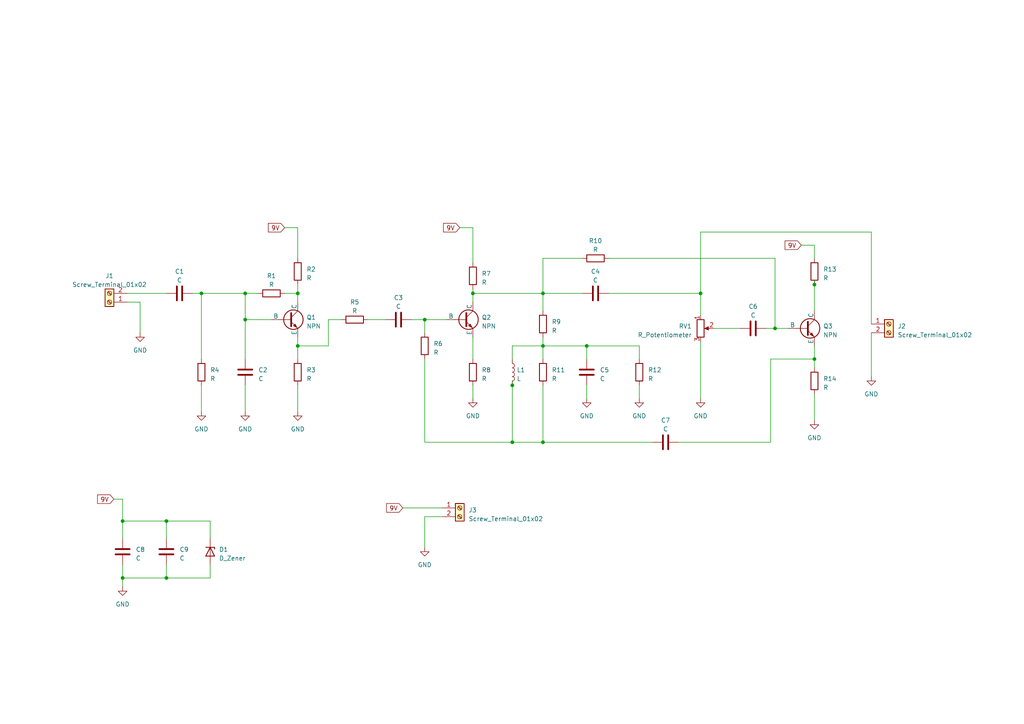
<source format=kicad_sch>
(kicad_sch (version 20230121) (generator eeschema)
  (paper "A4")
  (lib_symbols
    (symbol "Connector:Screw_Terminal_01x02" (pin_names (offset 1.016) hide)
      (property "Reference" "J" (at 0 2.54 0))
      (property "Value" "Screw_Terminal_01x02" (at 0 -5.08 0))
      (symbol "Screw_Terminal_01x02_1_1"
        (rectangle (start -1.27 1.27) (end 1.27 -3.81) (stroke (width 0.254)) (fill (type background)))
        (circle (center 0 -2.54) (radius 0.635) (stroke (width 0.1524)))
        (polyline (pts (xy -0.5334 -2.2098) (xy 0.3302 -3.048)) (stroke (width 0.1524)))
        (polyline (pts (xy -0.5334 0.3302) (xy 0.3302 -0.508)) (stroke (width 0.1524)))
        (polyline (pts (xy -0.3556 -2.032) (xy 0.508 -2.8702)) (stroke (width 0.1524)))
        (polyline (pts (xy -0.3556 0.508) (xy 0.508 -0.3302)) (stroke (width 0.1524)))
        (circle (center 0 0) (radius 0.635) (stroke (width 0.1524)))
        (pin passive line (at -5.08 0 0) (length 3.81) (name "Pin_1") (number "1"))
        (pin passive line (at -5.08 -2.54 0) (length 3.81) (name "Pin_2") (number "2"))
      )
    )
    (symbol "Device:C" (pin_numbers hide) (pin_names (offset 0.254))
      (property "Reference" "C" (at 0.635 2.54 0))
      (property "Value" "C" (at 0.635 -2.54 0))
      (symbol "C_0_1"
        (polyline (pts (xy -2.032 -0.762) (xy 2.032 -0.762)) (stroke (width 0.508)))
        (polyline (pts (xy -2.032 0.762) (xy 2.032 0.762)) (stroke (width 0.508)))
      )
      (symbol "C_1_1"
        (pin passive line (at 0 3.81 270) (length 2.794) (name "~") (number "1"))
        (pin passive line (at 0 -3.81 90) (length 2.794) (name "~") (number "2"))
      )
    )
    (symbol "Device:D_Zener" (pin_numbers hide) (pin_names (offset 1.016) hide)
      (property "Reference" "D" (at 0 2.54 0))
      (property "Value" "D_Zener" (at 0 -2.54 0))
      (symbol "D_Zener_0_1"
        (polyline (pts (xy 1.27 0) (xy -1.27 0)))
        (polyline (pts (xy -1.27 -1.27) (xy -1.27 1.27) (xy -0.762 1.27)) (stroke (width 0.254)))
        (polyline (pts (xy 1.27 -1.27) (xy 1.27 1.27) (xy -1.27 0) (xy 1.27 -1.27)) (stroke (width 0.254)))
      )
      (symbol "D_Zener_1_1"
        (pin passive line (at -3.81 0 0) (length 2.54) (name "K") (number "1"))
        (pin passive line (at 3.81 0 180) (length 2.54) (name "A") (number "2"))
      )
    )
    (symbol "Device:L" (pin_numbers hide) (pin_names (offset 1.016) hide)
      (property "Reference" "L" (at -1.27 0 90))
      (property "Value" "L" (at 1.905 0 90))
      (symbol "L_0_1"
        (arc (start 0 -2.54) (mid 0.6323 -1.905) (end 0 -1.27))
        (arc (start 0 -1.27) (mid 0.6323 -0.635) (end 0 0))
        (arc (start 0 0) (mid 0.6323 0.635) (end 0 1.27))
        (arc (start 0 1.27) (mid 0.6323 1.905) (end 0 2.54))
      )
      (symbol "L_1_1"
        (pin passive line (at 0 3.81 270) (length 1.27) (name "1") (number "1"))
        (pin passive line (at 0 -3.81 90) (length 1.27) (name "2") (number "2"))
      )
    )
    (symbol "Device:R" (pin_numbers hide) (pin_names (offset 0))
      (property "Reference" "R" (at 2.032 0 90))
      (property "Value" "R" (at 0 0 90))
      (symbol "R_0_1"
        (rectangle (start -1.016 -2.54) (end 1.016 2.54) (stroke (width 0.254)))
      )
      (symbol "R_1_1"
        (pin passive line (at 0 3.81 270) (length 1.27) (name "~") (number "1"))
        (pin passive line (at 0 -3.81 90) (length 1.27) (name "~") (number "2"))
      )
    )
    (symbol "Device:R_Potentiometer" (pin_names (offset 1.016) hide)
      (property "Reference" "RV" (at -4.445 0 90))
      (property "Value" "R_Potentiometer" (at -2.54 0 90))
      (symbol "R_Potentiometer_0_1"
        (polyline (pts (xy 2.54 0) (xy 1.524 0)))
        (polyline (pts (xy 1.143 0) (xy 2.286 0.508) (xy 2.286 -0.508) (xy 1.143 0)) (fill (type outline)))
        (rectangle (start 1.016 2.54) (end -1.016 -2.54) (stroke (width 0.254)))
      )
      (symbol "R_Potentiometer_1_1"
        (pin passive line (at 0 3.81 270) (length 1.27) (name "1") (number "1"))
        (pin passive line (at 3.81 0 180) (length 1.27) (name "2") (number "2"))
        (pin passive line (at 0 -3.81 90) (length 1.27) (name "3") (number "3"))
      )
    )
    (symbol "Simulation_SPICE:NPN" (pin_numbers hide) (pin_names (offset 0))
      (property "Reference" "Q" (at -2.54 7.62 0))
      (property "Value" "NPN" (at -2.54 5.08 0))
      (symbol "NPN_0_1"
        (polyline (pts (xy -2.54 0) (xy 0.635 0)) (stroke (width 0.1524)))
        (polyline (pts (xy 0.635 0.635) (xy 2.54 2.54)))
        (polyline (pts (xy 2.794 -1.27) (xy 2.794 -1.27)) (stroke (width 0.1524)))
        (polyline (pts (xy 2.794 -1.27) (xy 2.794 -1.27)) (stroke (width 0.1524)))
        (polyline (pts (xy 0.635 -0.635) (xy 2.54 -2.54) (xy 2.54 -2.54)))
        (polyline (pts (xy 0.635 1.905) (xy 0.635 -1.905) (xy 0.635 -1.905)) (stroke (width 0.508)))
        (polyline (pts (xy 1.27 -1.778) (xy 1.778 -1.27) (xy 2.286 -2.286) (xy 1.27 -1.778) (xy 1.27 -1.778)) (fill (type outline)))
        (circle (center 1.27 0) (radius 2.8194) (stroke (width 0.254)))
      )
      (symbol "NPN_1_1"
        (pin open_collector line (at 2.54 5.08 270) (length 2.54) (name "C") (number "1"))
        (pin input line (at -5.08 0 0) (length 2.54) (name "B") (number "2"))
        (pin open_emitter line (at 2.54 -5.08 90) (length 2.54) (name "E") (number "3"))
      )
    )
    (symbol "power:GND" (power) (pin_names (offset 0))
      (property "Value" "GND" (at 0 -3.81 0))
      (symbol "GND_0_1"
        (polyline (pts (xy 0 0) (xy 0 -1.27) (xy 1.27 -1.27) (xy 0 -2.54) (xy -1.27 -1.27) (xy 0 -1.27)))
      )
      (symbol "GND_1_1"
        (pin power_in line (at 0 0 270) (length 0) hide (name "GND") (number "1"))
      )
    )
  )
  (junction (at 148.59 128.27))
  (junction (at 48.26 167.64))
  (junction (at 157.48 128.27))
  (junction (at 123.19 92.71))
  (junction (at 157.48 100.33))
  (junction (at 71.12 92.71))
  (junction (at 58.42 85.09))
  (junction (at 48.26 151.13))
  (junction (at 224.79 95.25))
  (junction (at 86.36 100.33))
  (junction (at 35.56 151.13))
  (junction (at 203.2 85.09))
  (junction (at 157.48 85.09))
  (junction (at 148.59 111.76))
  (junction (at 236.22 82.55))
  (junction (at 35.56 167.64))
  (junction (at 170.18 100.33))
  (junction (at 137.16 85.09))
  (junction (at 236.22 104.14))
  (junction (at 71.12 85.09))
  (junction (at 86.36 85.09))
  (wire (pts (xy 203.2 99.06) (xy 203.2 115.57)))
  (wire (pts (xy 196.85 128.27) (xy 223.52 128.27)))
  (wire (pts (xy 236.22 81.28) (xy 236.22 82.55)))
  (wire (pts (xy 71.12 92.71) (xy 71.12 85.09)))
  (wire (pts (xy 236.22 104.14) (xy 236.22 106.68)))
  (wire (pts (xy 176.53 74.93) (xy 224.79 74.93)))
  (wire (pts (xy 33.02 144.78) (xy 35.56 144.78)))
  (wire (pts (xy 185.42 111.76) (xy 185.42 115.57)))
  (wire (pts (xy 106.68 92.71) (xy 111.76 92.71)))
  (wire (pts (xy 170.18 104.14) (xy 170.18 100.33)))
  (wire (pts (xy 252.73 93.98) (xy 252.73 67.31)))
  (wire (pts (xy 148.59 104.14) (xy 148.59 100.33)))
  (wire (pts (xy 207.01 95.25) (xy 214.63 95.25)))
  (wire (pts (xy 185.42 100.33) (xy 170.18 100.33)))
  (wire (pts (xy 157.48 85.09) (xy 157.48 90.17)))
  (wire (pts (xy 252.73 67.31) (xy 203.2 67.31)))
  (wire (pts (xy 86.36 111.76) (xy 86.36 119.38)))
  (wire (pts (xy 48.26 163.83) (xy 48.26 167.64)))
  (wire (pts (xy 95.25 92.71) (xy 95.25 100.33)))
  (wire (pts (xy 157.48 111.76) (xy 157.48 128.27)))
  (wire (pts (xy 71.12 92.71) (xy 71.12 104.14)))
  (wire (pts (xy 223.52 128.27) (xy 223.52 104.14)))
  (wire (pts (xy 86.36 66.04) (xy 86.36 74.93)))
  (wire (pts (xy 123.19 149.86) (xy 123.19 158.75)))
  (wire (pts (xy 48.26 156.21) (xy 48.26 151.13)))
  (wire (pts (xy 232.41 71.12) (xy 236.22 71.12)))
  (wire (pts (xy 86.36 97.79) (xy 86.36 100.33)))
  (wire (pts (xy 128.27 149.86) (xy 123.19 149.86)))
  (wire (pts (xy 148.59 128.27) (xy 157.48 128.27)))
  (wire (pts (xy 148.59 100.33) (xy 157.48 100.33)))
  (wire (pts (xy 82.55 66.04) (xy 86.36 66.04)))
  (wire (pts (xy 203.2 67.31) (xy 203.2 85.09)))
  (wire (pts (xy 58.42 85.09) (xy 58.42 104.14)))
  (wire (pts (xy 58.42 111.76) (xy 58.42 119.38)))
  (wire (pts (xy 60.96 167.64) (xy 48.26 167.64)))
  (wire (pts (xy 55.88 85.09) (xy 58.42 85.09)))
  (wire (pts (xy 185.42 104.14) (xy 185.42 100.33)))
  (wire (pts (xy 137.16 66.04) (xy 137.16 76.2)))
  (wire (pts (xy 36.83 85.09) (xy 48.26 85.09)))
  (wire (pts (xy 35.56 151.13) (xy 35.56 156.21)))
  (wire (pts (xy 137.16 111.76) (xy 137.16 115.57)))
  (wire (pts (xy 170.18 100.33) (xy 157.48 100.33)))
  (wire (pts (xy 35.56 167.64) (xy 35.56 170.18)))
  (wire (pts (xy 236.22 100.33) (xy 236.22 104.14)))
  (wire (pts (xy 137.16 97.79) (xy 137.16 104.14)))
  (wire (pts (xy 82.55 85.09) (xy 86.36 85.09)))
  (wire (pts (xy 168.91 74.93) (xy 157.48 74.93)))
  (wire (pts (xy 116.84 147.32) (xy 128.27 147.32)))
  (wire (pts (xy 137.16 85.09) (xy 157.48 85.09)))
  (wire (pts (xy 95.25 100.33) (xy 86.36 100.33)))
  (wire (pts (xy 35.56 144.78) (xy 35.56 151.13)))
  (wire (pts (xy 86.36 82.55) (xy 86.36 85.09)))
  (wire (pts (xy 123.19 92.71) (xy 123.19 96.52)))
  (wire (pts (xy 60.96 156.21) (xy 60.96 151.13)))
  (wire (pts (xy 35.56 163.83) (xy 35.56 167.64)))
  (wire (pts (xy 123.19 128.27) (xy 148.59 128.27)))
  (wire (pts (xy 222.25 95.25) (xy 224.79 95.25)))
  (wire (pts (xy 176.53 85.09) (xy 203.2 85.09)))
  (wire (pts (xy 148.59 110.49) (xy 148.59 111.76)))
  (wire (pts (xy 223.52 104.14) (xy 236.22 104.14)))
  (wire (pts (xy 58.42 85.09) (xy 71.12 85.09)))
  (wire (pts (xy 252.73 96.52) (xy 252.73 109.22)))
  (wire (pts (xy 157.48 85.09) (xy 168.91 85.09)))
  (wire (pts (xy 78.74 92.71) (xy 71.12 92.71)))
  (wire (pts (xy 203.2 85.09) (xy 203.2 91.44)))
  (wire (pts (xy 119.38 92.71) (xy 123.19 92.71)))
  (wire (pts (xy 71.12 111.76) (xy 71.12 119.38)))
  (wire (pts (xy 123.19 92.71) (xy 129.54 92.71)))
  (wire (pts (xy 170.18 111.76) (xy 170.18 115.57)))
  (wire (pts (xy 148.59 111.76) (xy 148.59 128.27)))
  (wire (pts (xy 236.22 71.12) (xy 236.22 74.93)))
  (wire (pts (xy 157.48 128.27) (xy 189.23 128.27)))
  (wire (pts (xy 157.48 74.93) (xy 157.48 85.09)))
  (wire (pts (xy 224.79 74.93) (xy 224.79 95.25)))
  (wire (pts (xy 35.56 151.13) (xy 48.26 151.13)))
  (wire (pts (xy 123.19 104.14) (xy 123.19 128.27)))
  (wire (pts (xy 236.22 82.55) (xy 236.22 90.17)))
  (wire (pts (xy 157.48 97.79) (xy 157.48 100.33)))
  (wire (pts (xy 60.96 163.83) (xy 60.96 167.64)))
  (wire (pts (xy 36.83 87.63) (xy 40.64 87.63)))
  (wire (pts (xy 137.16 85.09) (xy 137.16 87.63)))
  (wire (pts (xy 236.22 114.3) (xy 236.22 121.92)))
  (wire (pts (xy 133.35 66.04) (xy 137.16 66.04)))
  (wire (pts (xy 71.12 85.09) (xy 74.93 85.09)))
  (wire (pts (xy 35.56 167.64) (xy 48.26 167.64)))
  (wire (pts (xy 137.16 83.82) (xy 137.16 85.09)))
  (wire (pts (xy 40.64 87.63) (xy 40.64 96.52)))
  (wire (pts (xy 157.48 100.33) (xy 157.48 104.14)))
  (wire (pts (xy 48.26 151.13) (xy 60.96 151.13)))
  (wire (pts (xy 86.36 85.09) (xy 86.36 87.63)))
  (wire (pts (xy 86.36 100.33) (xy 86.36 104.14)))
  (wire (pts (xy 99.06 92.71) (xy 95.25 92.71)))
  (wire (pts (xy 224.79 95.25) (xy 228.6 95.25)))
  (global_label "9V" (shape input) (at 82.55 66.04 180) (property "Intersheetrefs" "${INTERSHEET_REFS}" (effects hide)))
  (global_label "9V" (shape input) (at 116.84 147.32 180) (property "Intersheetrefs" "${INTERSHEET_REFS}" (effects hide)))
  (global_label "9V" (shape input) (at 133.35 66.04 180) (property "Intersheetrefs" "${INTERSHEET_REFS}" (effects hide)))
  (global_label "9V" (shape input) (at 33.02 144.78 180) (property "Intersheetrefs" "${INTERSHEET_REFS}" (effects hide)))
  (global_label "9V" (shape input) (at 232.41 71.12 180) (property "Intersheetrefs" "${INTERSHEET_REFS}" (effects hide)))
  (symbol (lib_id "Connector:Screw_Terminal_01x02") (at 133.35 147.32 0) (unit 1)
    (property "Reference" "J3" (at 135.89 147.955 0) (effects (justify left)))
    (property "Value" "Screw_Terminal_01x02" (at 135.89 150.495 0) (effects (justify left)))
    (property "Footprint" "TerminalBlock_4Ucon:TerminalBlock_4Ucon_1x02_P3.50mm_Horizontal" (effects hide))
  )
  (symbol (lib_id "Device:C") (at 35.56 160.02 0) (unit 1)
    (property "Reference" "C8" (at 39.37 159.385 0) (effects (justify left)))
    (property "Value" "C" (at 39.37 161.925 0) (effects (justify left)))
    (property "Footprint" "Capacitor_THT:CP_Radial_D8.0mm_P5.00mm" (effects hide))
  )
  (symbol (lib_id "Device:R") (at 172.72 74.93 90) (unit 1)
    (property "Reference" "R10" (at 172.72 69.85 90))
    (property "Value" "R" (at 172.72 72.39 90))
    (property "Footprint" "Resistor_THT:R_Axial_DIN0309_L9.0mm_D3.2mm_P15.24mm_Horizontal" (effects hide))
  )
  (symbol (lib_id "Device:R") (at 137.16 107.95 0) (unit 1)
    (property "Reference" "R8" (at 139.7 107.315 0) (effects (justify left)))
    (property "Value" "R" (at 139.7 109.855 0) (effects (justify left)))
    (property "Footprint" "Resistor_THT:R_Axial_DIN0309_L9.0mm_D3.2mm_P15.24mm_Horizontal" (effects hide))
  )
  (symbol (lib_id "Device:R_Potentiometer") (at 203.2 95.25 0) (unit 1)
    (property "Reference" "RV1" (at 200.66 94.615 0) (effects (justify right)))
    (property "Value" "R_Potentiometer" (at 200.66 97.155 0) (effects (justify right)))
    (property "Footprint" "Connector_Wuerth:Wuerth_WR-WTB_64800311622_1x03_P1.50mm_Vertical" (effects hide))
  )
  (symbol (lib_id "power:GND") (at 58.42 119.38 0) (unit 1)
    (property "Reference" "#PWR01" (effects hide))
    (property "Value" "GND" (at 58.42 124.46 0))
  )
  (symbol (lib_id "Device:C") (at 52.07 85.09 90) (unit 1)
    (property "Reference" "C1" (at 52.07 78.74 90))
    (property "Value" "C" (at 52.07 81.28 90))
    (property "Footprint" "Capacitor_THT:CP_Radial_D8.0mm_P5.00mm" (effects hide))
  )
  (symbol (lib_id "Device:C") (at 193.04 128.27 90) (unit 1)
    (property "Reference" "C7" (at 193.04 121.92 90))
    (property "Value" "C" (at 193.04 124.46 90))
    (property "Footprint" "Capacitor_THT:CP_Radial_D8.0mm_P5.00mm" (effects hide))
  )
  (symbol (lib_id "Device:R") (at 185.42 107.95 0) (unit 1)
    (property "Reference" "R12" (at 187.96 107.315 0) (effects (justify left)))
    (property "Value" "R" (at 187.96 109.855 0) (effects (justify left)))
    (property "Footprint" "Resistor_THT:R_Axial_DIN0309_L9.0mm_D3.2mm_P15.24mm_Horizontal" (effects hide))
  )
  (symbol (lib_id "Device:R") (at 86.36 78.74 0) (unit 1)
    (property "Reference" "R2" (at 88.9 78.105 0) (effects (justify left)))
    (property "Value" "R" (at 88.9 80.645 0) (effects (justify left)))
    (property "Footprint" "Resistor_THT:R_Axial_DIN0309_L9.0mm_D3.2mm_P15.24mm_Horizontal" (effects hide))
  )
  (symbol (lib_id "power:GND") (at 252.73 109.22 0) (unit 1)
    (property "Reference" "#PWR09" (effects hide))
    (property "Value" "GND" (at 252.73 114.3 0))
  )
  (symbol (lib_id "Device:R") (at 157.48 107.95 0) (unit 1)
    (property "Reference" "R11" (at 160.02 107.315 0) (effects (justify left)))
    (property "Value" "R" (at 160.02 109.855 0) (effects (justify left)))
    (property "Footprint" "Resistor_THT:R_Axial_DIN0309_L9.0mm_D3.2mm_P15.24mm_Horizontal" (effects hide))
  )
  (symbol (lib_id "power:GND") (at 203.2 115.57 0) (unit 1)
    (property "Reference" "#PWR08" (effects hide))
    (property "Value" "GND" (at 203.2 120.65 0))
  )
  (symbol (lib_id "Device:R") (at 86.36 107.95 0) (unit 1)
    (property "Reference" "R3" (at 88.9 107.315 0) (effects (justify left)))
    (property "Value" "R" (at 88.9 109.855 0) (effects (justify left)))
    (property "Footprint" "Resistor_THT:R_Axial_DIN0309_L9.0mm_D3.2mm_P15.24mm_Horizontal" (effects hide))
  )
  (symbol (lib_id "power:GND") (at 86.36 119.38 0) (unit 1)
    (property "Reference" "#PWR03" (effects hide))
    (property "Value" "GND" (at 86.36 124.46 0))
  )
  (symbol (lib_id "power:GND") (at 137.16 115.57 0) (unit 1)
    (property "Reference" "#PWR05" (effects hide))
    (property "Value" "GND" (at 137.16 120.65 0))
  )
  (symbol (lib_id "Device:C") (at 48.26 160.02 0) (unit 1)
    (property "Reference" "C9" (at 52.07 159.385 0) (effects (justify left)))
    (property "Value" "C" (at 52.07 161.925 0) (effects (justify left)))
    (property "Footprint" "Capacitor_THT:CP_Radial_D8.0mm_P5.00mm" (effects hide))
  )
  (symbol (lib_id "power:GND") (at 35.56 170.18 0) (unit 1)
    (property "Reference" "#PWR011" (effects hide))
    (property "Value" "GND" (at 35.56 175.26 0))
  )
  (symbol (lib_id "Connector:Screw_Terminal_01x02") (at 31.75 87.63 180) (unit 1)
    (property "Reference" "J1" (at 31.75 80.01 0))
    (property "Value" "Screw_Terminal_01x02" (at 31.75 82.55 0))
    (property "Footprint" "TerminalBlock_4Ucon:TerminalBlock_4Ucon_1x02_P3.50mm_Horizontal" (effects hide))
  )
  (symbol (lib_id "Device:R") (at 78.74 85.09 90) (unit 1)
    (property "Reference" "R1" (at 78.74 80.01 90))
    (property "Value" "R" (at 78.74 82.55 90))
    (property "Footprint" "Resistor_THT:R_Axial_DIN0309_L9.0mm_D3.2mm_P15.24mm_Horizontal" (effects hide))
  )
  (symbol (lib_id "Device:R") (at 58.42 107.95 0) (unit 1)
    (property "Reference" "R4" (at 60.96 107.315 0) (effects (justify left)))
    (property "Value" "R" (at 60.96 109.855 0) (effects (justify left)))
    (property "Footprint" "Resistor_THT:R_Axial_DIN0309_L9.0mm_D3.2mm_P15.24mm_Horizontal" (effects hide))
  )
  (symbol (lib_id "power:GND") (at 40.64 96.52 0) (unit 1)
    (property "Reference" "#PWR04" (effects hide))
    (property "Value" "GND" (at 40.64 101.6 0))
  )
  (symbol (lib_id "Device:C") (at 71.12 107.95 0) (unit 1)
    (property "Reference" "C2" (at 74.93 107.315 0) (effects (justify left)))
    (property "Value" "C" (at 74.93 109.855 0) (effects (justify left)))
    (property "Footprint" "Capacitor_THT:CP_Radial_D8.0mm_P5.00mm" (effects hide))
  )
  (symbol (lib_id "Device:C") (at 115.57 92.71 90) (unit 1)
    (property "Reference" "C3" (at 115.57 86.36 90))
    (property "Value" "C" (at 115.57 88.9 90))
    (property "Footprint" "Capacitor_THT:CP_Radial_D8.0mm_P5.00mm" (effects hide))
  )
  (symbol (lib_id "Device:C") (at 170.18 107.95 0) (unit 1)
    (property "Reference" "C5" (at 173.99 107.315 0) (effects (justify left)))
    (property "Value" "C" (at 173.99 109.855 0) (effects (justify left)))
    (property "Footprint" "Capacitor_THT:CP_Radial_D8.0mm_P5.00mm" (effects hide))
  )
  (symbol (lib_id "Device:R") (at 137.16 80.01 0) (unit 1)
    (property "Reference" "R7" (at 139.7 79.375 0) (effects (justify left)))
    (property "Value" "R" (at 139.7 81.915 0) (effects (justify left)))
    (property "Footprint" "Resistor_THT:R_Axial_DIN0309_L9.0mm_D3.2mm_P15.24mm_Horizontal" (effects hide))
  )
  (symbol (lib_id "Simulation_SPICE:NPN") (at 233.68 95.25 0) (unit 1)
    (property "Reference" "Q3" (at 238.76 94.615 0) (effects (justify left)))
    (property "Value" "NPN" (at 238.76 97.155 0) (effects (justify left)))
    (property "Footprint" "Package_TO_SOT_THT:TO-92" (effects hide))
    (property "Sim.Device" "NPN" (effects hide))
    (property "Sim.Type" "GUMMELPOON" (effects hide))
    (property "Sim.Pins" "1=C 2=B 3=E" (effects hide))
  )
  (symbol (lib_id "Device:R") (at 102.87 92.71 270) (unit 1)
    (property "Reference" "R5" (at 102.87 87.63 90))
    (property "Value" "R" (at 102.87 90.17 90))
    (property "Footprint" "Resistor_THT:R_Axial_DIN0309_L9.0mm_D3.2mm_P15.24mm_Horizontal" (effects hide))
  )
  (symbol (lib_id "Device:R") (at 236.22 110.49 0) (unit 1)
    (property "Reference" "R14" (at 238.76 109.855 0) (effects (justify left)))
    (property "Value" "R" (at 238.76 112.395 0) (effects (justify left)))
    (property "Footprint" "Resistor_THT:R_Axial_DIN0309_L9.0mm_D3.2mm_P15.24mm_Horizontal" (effects hide))
  )
  (symbol (lib_id "power:GND") (at 123.19 158.75 0) (unit 1)
    (property "Reference" "#PWR012" (effects hide))
    (property "Value" "GND" (at 123.19 163.83 0))
  )
  (symbol (lib_id "Device:R") (at 236.22 78.74 0) (unit 1)
    (property "Reference" "R13" (at 238.76 78.105 0) (effects (justify left)))
    (property "Value" "R" (at 238.76 80.645 0) (effects (justify left)))
    (property "Footprint" "Resistor_THT:R_Axial_DIN0309_L9.0mm_D3.2mm_P15.24mm_Horizontal" (effects hide))
  )
  (symbol (lib_id "Device:L") (at 148.59 107.95 0) (unit 1)
    (property "Reference" "L1" (at 149.86 107.315 0) (effects (justify left)))
    (property "Value" "L" (at 149.86 109.855 0) (effects (justify left)))
    (property "Footprint" "Inductor_THT:L_Radial_D16.8mm_P12.70mm_Vishay_IHB-1" (effects hide))
  )
  (symbol (lib_id "Connector:Screw_Terminal_01x02") (at 257.81 93.98 0) (unit 1)
    (property "Reference" "J2" (at 260.35 94.615 0) (effects (justify left)))
    (property "Value" "Screw_Terminal_01x02" (at 260.35 97.155 0) (effects (justify left)))
    (property "Footprint" "TerminalBlock_4Ucon:TerminalBlock_4Ucon_1x02_P3.50mm_Horizontal" (effects hide))
  )
  (symbol (lib_id "power:GND") (at 236.22 121.92 0) (unit 1)
    (property "Reference" "#PWR010" (effects hide))
    (property "Value" "GND" (at 236.22 127 0))
  )
  (symbol (lib_id "Simulation_SPICE:NPN") (at 134.62 92.71 0) (unit 1)
    (property "Reference" "Q2" (at 139.7 92.075 0) (effects (justify left)))
    (property "Value" "NPN" (at 139.7 94.615 0) (effects (justify left)))
    (property "Footprint" "Package_TO_SOT_THT:TO-92" (effects hide))
    (property "Sim.Device" "NPN" (effects hide))
    (property "Sim.Type" "GUMMELPOON" (effects hide))
    (property "Sim.Pins" "1=C 2=B 3=E" (effects hide))
  )
  (symbol (lib_id "Simulation_SPICE:NPN") (at 83.82 92.71 0) (unit 1)
    (property "Reference" "Q1" (at 88.9 92.075 0) (effects (justify left)))
    (property "Value" "NPN" (at 88.9 94.615 0) (effects (justify left)))
    (property "Footprint" "Package_TO_SOT_THT:TO-92" (effects hide))
    (property "Sim.Device" "NPN" (effects hide))
    (property "Sim.Type" "GUMMELPOON" (effects hide))
    (property "Sim.Pins" "1=C 2=B 3=E" (effects hide))
  )
  (symbol (lib_id "power:GND") (at 71.12 119.38 0) (unit 1)
    (property "Reference" "#PWR02" (effects hide))
    (property "Value" "GND" (at 71.12 124.46 0))
  )
  (symbol (lib_id "Device:C") (at 218.44 95.25 90) (unit 1)
    (property "Reference" "C6" (at 218.44 88.9 90))
    (property "Value" "C" (at 218.44 91.44 90))
    (property "Footprint" "Capacitor_THT:CP_Radial_D8.0mm_P5.00mm" (effects hide))
  )
  (symbol (lib_id "power:GND") (at 170.18 115.57 0) (unit 1)
    (property "Reference" "#PWR06" (effects hide))
    (property "Value" "GND" (at 170.18 120.65 0))
  )
  (symbol (lib_id "Device:R") (at 123.19 100.33 0) (unit 1)
    (property "Reference" "R6" (at 125.73 99.695 0) (effects (justify left)))
    (property "Value" "R" (at 125.73 102.235 0) (effects (justify left)))
    (property "Footprint" "Resistor_THT:R_Axial_DIN0309_L9.0mm_D3.2mm_P15.24mm_Horizontal" (effects hide))
  )
  (symbol (lib_id "Device:D_Zener") (at 60.96 160.02 270) (unit 1)
    (property "Reference" "D1" (at 63.5 159.385 90) (effects (justify left)))
    (property "Value" "D_Zener" (at 63.5 161.925 90) (effects (justify left)))
    (property "Footprint" "Diode_THT:D_DO-41_SOD81_P10.16mm_Horizontal" (effects hide))
  )
  (symbol (lib_id "power:GND") (at 185.42 115.57 0) (unit 1)
    (property "Reference" "#PWR07" (effects hide))
    (property "Value" "GND" (at 185.42 120.65 0))
  )
  (symbol (lib_id "Device:R") (at 157.48 93.98 0) (unit 1)
    (property "Reference" "R9" (at 160.02 93.345 0) (effects (justify left)))
    (property "Value" "R" (at 160.02 95.885 0) (effects (justify left)))
    (property "Footprint" "Resistor_THT:R_Axial_DIN0309_L9.0mm_D3.2mm_P15.24mm_Horizontal" (effects hide))
  )
  (symbol (lib_id "Device:C") (at 172.72 85.09 90) (unit 1)
    (property "Reference" "C4" (at 172.72 78.74 90))
    (property "Value" "C" (at 172.72 81.28 90))
    (property "Footprint" "Capacitor_THT:CP_Radial_D8.0mm_P5.00mm" (effects hide))
  )
)
</source>
